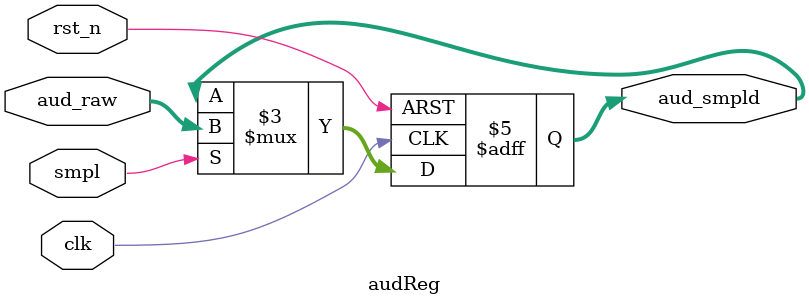
<source format=sv>
module audReg(clk,rst_n,smpl,aud_raw,aud_smpld);

  input clk;				// 50MHz clock
  input rst_n;				// asynch active low reset
  input smpl;				// indicates when to sample (enable to flop)
  input [15:0] aud_raw;		// aud_raw (raw audio value to sample)
  output logic [15:0] aud_smpld;	// sampled audio value

  always_ff @(posedge clk, negedge rst_n)
    if (!rst_n)
	  aud_smpld <= 16'h0000;
	else if (smpl)
	  aud_smpld <= aud_raw;
	  
endmodule

</source>
